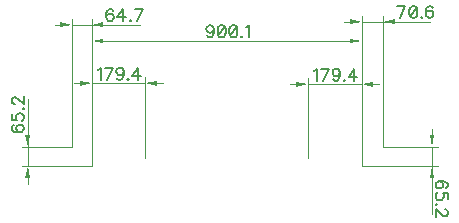
<source format=gbr>
G04 DipTrace 3.0.0.1*
G04 TopDimension.gbr*
%MOIN*%
G04 #@! TF.FileFunction,Drawing,Top*
G04 #@! TF.Part,Single*
%ADD13C,0.0015*%
%ADD94C,0.006176*%
%FSLAX26Y26*%
G04*
G70*
G90*
G75*
G01*
G04 TopDimension*
%LPD*%
X458399Y2296982D2*
D13*
Y2734908D1*
X1358530Y2296982D2*
Y2734908D1*
X908465Y2715223D2*
X497769D1*
G36*
X458399D2*
X497769Y2723097D1*
Y2707349D1*
X458399Y2715223D1*
G37*
X908465D2*
D13*
X1319160D1*
G36*
X1358530D2*
X1319160Y2707349D1*
Y2723097D1*
X1358530Y2715223D1*
G37*
X458399Y2296982D2*
D13*
Y2788714D1*
X393701Y2362205D2*
Y2788714D1*
Y2769029D2*
X458399D1*
X334646D2*
X354331D1*
G36*
X393701D2*
X354331Y2761155D1*
Y2776903D1*
X393701Y2769029D1*
G37*
X517454D2*
D13*
X497769D1*
G36*
X458399D2*
X497769Y2776903D1*
Y2761155D1*
X458399Y2769029D1*
G37*
X619010D2*
D13*
X458399D1*
X1358530Y2296982D2*
Y2798819D1*
X1429134Y2362205D2*
Y2798819D1*
X1358530Y2779134D2*
X1429134D1*
X1299475D2*
X1319160D1*
G36*
X1358530D2*
X1319160Y2771260D1*
Y2787008D1*
X1358530Y2779134D1*
G37*
X1488189D2*
D13*
X1468504D1*
G36*
X1429134D2*
X1468504Y2787008D1*
Y2771260D1*
X1429134Y2779134D1*
G37*
X1587844D2*
D13*
X1429134D1*
X1179134Y2324410D2*
Y2589895D1*
X1358530Y2296982D2*
Y2589895D1*
X1179134Y2570210D2*
X1358530D1*
X1120079D2*
X1139764D1*
G36*
X1179134D2*
X1139764Y2562336D1*
Y2578084D1*
X1179134Y2570210D1*
G37*
X1417586D2*
D13*
X1397900D1*
G36*
X1358530D2*
X1397900Y2578084D1*
Y2562336D1*
X1358530Y2570210D1*
G37*
X637795Y2324410D2*
D13*
Y2593307D1*
X458399Y2296982D2*
Y2593307D1*
Y2573622D2*
X637795D1*
X399344D2*
X419029D1*
G36*
X458399D2*
X419029Y2565748D1*
Y2581496D1*
X458399Y2573622D1*
G37*
X696851D2*
D13*
X677166D1*
G36*
X637795D2*
X677166Y2581496D1*
Y2565748D1*
X637795Y2573622D1*
G37*
X458399Y2296982D2*
D13*
X225197D1*
X393701Y2362205D2*
X225197D1*
X244882D2*
Y2296982D1*
Y2421260D2*
Y2401575D1*
G36*
Y2362205D2*
X237008Y2401575D1*
X252756D1*
X244882Y2362205D1*
G37*
Y2237927D2*
D13*
Y2257612D1*
G36*
Y2296982D2*
X252756Y2257612D1*
X237008D1*
X244882Y2296982D1*
G37*
Y2520914D2*
D13*
Y2362205D1*
X1358530Y2296982D2*
X1612730D1*
X1429134Y2362205D2*
X1612730D1*
X1593045D2*
Y2296982D1*
Y2421260D2*
Y2401575D1*
G36*
Y2362205D2*
X1585171Y2401575D1*
X1600919D1*
X1593045Y2362205D1*
G37*
Y2237927D2*
D13*
Y2257612D1*
G36*
Y2296982D2*
X1600919Y2257612D1*
X1585171D1*
X1593045Y2296982D1*
G37*
Y2138272D2*
D13*
Y2362205D1*
X865781Y2754229D2*
D94*
X863836Y2748481D1*
X860033Y2744634D1*
X854285Y2742733D1*
X852384D1*
X846636Y2744634D1*
X842833Y2748481D1*
X840888Y2754229D1*
Y2756130D1*
X842833Y2761878D1*
X846636Y2765681D1*
X852384Y2767582D1*
X854285D1*
X860033Y2765681D1*
X863836Y2761878D1*
X865781Y2754229D1*
Y2744634D1*
X863836Y2735083D1*
X860033Y2729335D1*
X854285Y2727434D1*
X850482D1*
X844734Y2729335D1*
X842833Y2733182D1*
X889629Y2767582D2*
X883881Y2765681D1*
X880034Y2759933D1*
X878132Y2750382D1*
Y2744634D1*
X880034Y2735083D1*
X883881Y2729335D1*
X889629Y2727434D1*
X893431D1*
X899179Y2729335D1*
X902982Y2735083D1*
X904927Y2744634D1*
Y2750382D1*
X902982Y2759933D1*
X899179Y2765681D1*
X893431Y2767582D1*
X889629D1*
X902982Y2759933D2*
X880034Y2735083D1*
X928775Y2767582D2*
X923027Y2765681D1*
X919180Y2759933D1*
X917279Y2750382D1*
Y2744634D1*
X919180Y2735083D1*
X923027Y2729335D1*
X928775Y2727434D1*
X932577D1*
X938325Y2729335D1*
X942128Y2735083D1*
X944073Y2744634D1*
Y2750382D1*
X942128Y2759933D1*
X938325Y2765681D1*
X932577Y2767582D1*
X928775D1*
X942128Y2759933D2*
X919180Y2735083D1*
X958326Y2731281D2*
X956425Y2729335D1*
X958326Y2727434D1*
X960271Y2729335D1*
X958326Y2731281D1*
X972623Y2759933D2*
X976470Y2761878D1*
X982218Y2767582D1*
Y2727434D1*
X529981Y2815684D2*
X528079Y2819486D1*
X522331Y2821388D1*
X518529D1*
X512781Y2819486D1*
X508934Y2813738D1*
X507033Y2804188D1*
Y2794637D1*
X508934Y2786988D1*
X512781Y2783141D1*
X518529Y2781240D1*
X520430D1*
X526134Y2783141D1*
X529981Y2786988D1*
X531882Y2792736D1*
Y2794637D1*
X529981Y2800385D1*
X526134Y2804188D1*
X520430Y2806089D1*
X518529D1*
X512781Y2804188D1*
X508934Y2800385D1*
X507033Y2794637D1*
X563379Y2781240D2*
Y2821388D1*
X544233Y2794637D1*
X572929D1*
X587182Y2785087D2*
X585281Y2783141D1*
X587182Y2781240D1*
X589127Y2783141D1*
X587182Y2785087D1*
X609128Y2781240D2*
X628274Y2821388D1*
X601479D1*
X1485417Y2791345D2*
X1504562Y2831493D1*
X1477768D1*
X1528410D2*
X1522662Y2829591D1*
X1518815Y2823843D1*
X1516914Y2814293D1*
Y2808545D1*
X1518815Y2798994D1*
X1522662Y2793246D1*
X1528410Y2791345D1*
X1532212D1*
X1537960Y2793246D1*
X1541763Y2798994D1*
X1543708Y2808545D1*
Y2814293D1*
X1541763Y2823843D1*
X1537960Y2829591D1*
X1532212Y2831493D1*
X1528410D1*
X1541763Y2823843D2*
X1518815Y2798994D1*
X1557961Y2795192D2*
X1556060Y2793246D1*
X1557961Y2791345D1*
X1559907Y2793246D1*
X1557961Y2795192D1*
X1595206Y2825789D2*
X1593305Y2829591D1*
X1587557Y2831493D1*
X1583754D1*
X1578006Y2829591D1*
X1574159Y2823843D1*
X1572258Y2814293D1*
Y2804742D1*
X1574159Y2797093D1*
X1578006Y2793246D1*
X1583754Y2791345D1*
X1585655D1*
X1591359Y2793246D1*
X1595206Y2797093D1*
X1597107Y2802841D1*
Y2804742D1*
X1595206Y2810490D1*
X1591359Y2814293D1*
X1585655Y2816194D1*
X1583754D1*
X1578006Y2814293D1*
X1574159Y2810490D1*
X1572258Y2804742D1*
X1200305Y2614919D2*
X1204151Y2616865D1*
X1209899Y2622569D1*
Y2582421D1*
X1229900D2*
X1249045Y2622569D1*
X1222251D1*
X1286290Y2609216D2*
X1284345Y2603468D1*
X1280542Y2599621D1*
X1274794Y2597720D1*
X1272893D1*
X1267145Y2599621D1*
X1263342Y2603468D1*
X1261397Y2609216D1*
Y2611117D1*
X1263342Y2616865D1*
X1267145Y2620667D1*
X1272893Y2622569D1*
X1274794D1*
X1280542Y2620667D1*
X1284345Y2616865D1*
X1286290Y2609216D1*
Y2599621D1*
X1284345Y2590070D1*
X1280542Y2584322D1*
X1274794Y2582421D1*
X1270992D1*
X1265244Y2584322D1*
X1263342Y2588169D1*
X1300543Y2586268D2*
X1298642Y2584322D1*
X1300543Y2582421D1*
X1302488Y2584322D1*
X1300543Y2586268D1*
X1333985Y2582421D2*
Y2622569D1*
X1314840Y2595818D1*
X1343536D1*
X479570Y2618332D2*
X483416Y2620277D1*
X489164Y2625981D1*
Y2585833D1*
X509165D2*
X528310Y2625981D1*
X501516D1*
X565555Y2612628D2*
X563610Y2606880D1*
X559807Y2603033D1*
X554059Y2601132D1*
X552158D1*
X546410Y2603033D1*
X542607Y2606880D1*
X540662Y2612628D1*
Y2614529D1*
X542607Y2620277D1*
X546410Y2624080D1*
X552158Y2625981D1*
X554059D1*
X559807Y2624080D1*
X563610Y2620277D1*
X565555Y2612628D1*
Y2603033D1*
X563610Y2593482D1*
X559807Y2587734D1*
X554059Y2585833D1*
X550257D1*
X544509Y2587734D1*
X542607Y2591581D1*
X579808Y2589680D2*
X577907Y2587734D1*
X579808Y2585833D1*
X581753Y2587734D1*
X579808Y2589680D1*
X613250Y2585833D2*
Y2625981D1*
X594105Y2599230D1*
X622801D1*
X198227Y2433786D2*
X194425Y2431885D1*
X192524Y2426137D1*
Y2422335D1*
X194425Y2416587D1*
X200173Y2412740D1*
X209723Y2410839D1*
X219274D1*
X226923Y2412740D1*
X230770Y2416587D1*
X232671Y2422335D1*
Y2424236D1*
X230770Y2429940D1*
X226923Y2433786D1*
X221175Y2435688D1*
X219274D1*
X213526Y2433786D1*
X209723Y2429940D1*
X207822Y2424236D1*
Y2422335D1*
X209723Y2416587D1*
X213526Y2412740D1*
X219274Y2410839D1*
X192524Y2470987D2*
Y2451886D1*
X209723Y2449985D1*
X207822Y2451886D1*
X205877Y2457634D1*
Y2463338D1*
X207822Y2469086D1*
X211625Y2472933D1*
X217373Y2474834D1*
X221175D1*
X226923Y2472933D1*
X230770Y2469086D1*
X232671Y2463338D1*
Y2457634D1*
X230770Y2451886D1*
X228825Y2449985D1*
X225022Y2448039D1*
X228825Y2489086D2*
X230770Y2487185D1*
X232671Y2489086D1*
X230770Y2491032D1*
X228825Y2489086D1*
X202074Y2505329D2*
X200173D1*
X196326Y2507230D1*
X194425Y2509131D1*
X192524Y2512978D1*
Y2520627D1*
X194425Y2524430D1*
X196326Y2526331D1*
X200173Y2528277D1*
X203975D1*
X207822Y2526331D1*
X213526Y2522529D1*
X232671Y2503383D1*
Y2530178D1*
X1639700Y2225400D2*
X1643502Y2227302D1*
X1645403Y2233050D1*
Y2236852D1*
X1643502Y2242600D1*
X1637754Y2246447D1*
X1628203Y2248348D1*
X1618653D1*
X1611004Y2246447D1*
X1607157Y2242600D1*
X1605256Y2236852D1*
Y2234951D1*
X1607157Y2229247D1*
X1611004Y2225400D1*
X1616752Y2223499D1*
X1618653D1*
X1624401Y2225400D1*
X1628203Y2229247D1*
X1630105Y2234951D1*
Y2236852D1*
X1628203Y2242600D1*
X1624401Y2246447D1*
X1618653Y2248348D1*
X1645403Y2188200D2*
Y2207301D1*
X1628203Y2209202D1*
X1630105Y2207301D1*
X1632050Y2201553D1*
Y2195849D1*
X1630105Y2190101D1*
X1626302Y2186254D1*
X1620554Y2184353D1*
X1616752D1*
X1611004Y2186254D1*
X1607157Y2190101D1*
X1605256Y2195849D1*
Y2201553D1*
X1607157Y2207301D1*
X1609102Y2209202D1*
X1612905Y2211148D1*
X1609102Y2170100D2*
X1607157Y2172002D1*
X1605256Y2170100D1*
X1607157Y2168155D1*
X1609102Y2170100D1*
X1635853Y2153858D2*
X1637754D1*
X1641601Y2151957D1*
X1643502Y2150055D1*
X1645403Y2146209D1*
Y2138559D1*
X1643502Y2134757D1*
X1641601Y2132855D1*
X1637754Y2130910D1*
X1633952D1*
X1630105Y2132855D1*
X1624401Y2136658D1*
X1605256Y2155803D1*
Y2129009D1*
M02*

</source>
